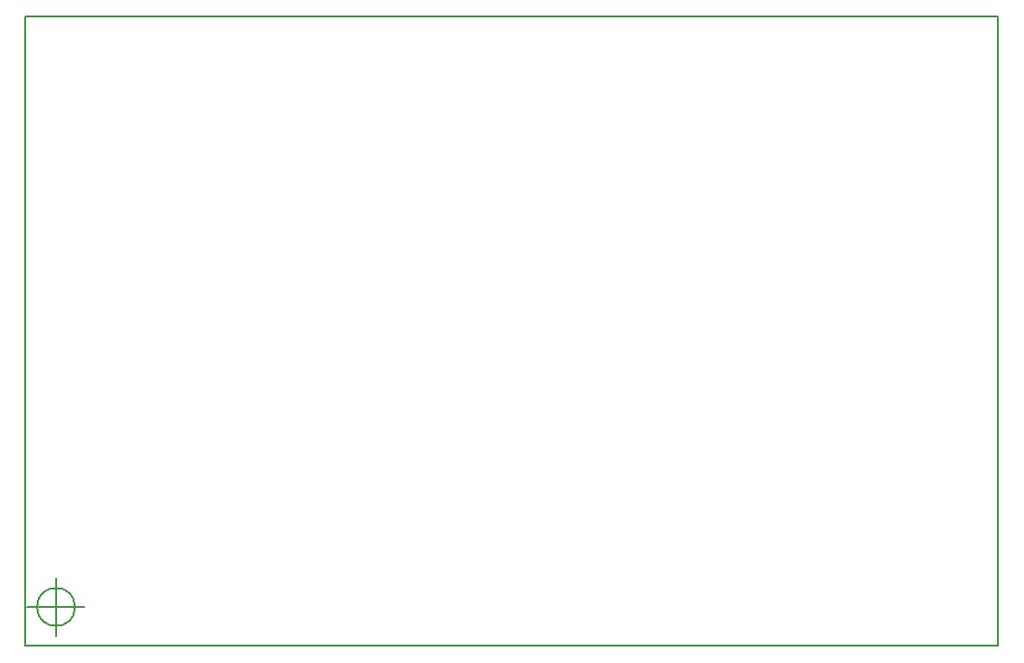
<source format=gbr>
G04 #@! TF.GenerationSoftware,KiCad,Pcbnew,5.0.2-bee76a0~70~ubuntu18.04.1*
G04 #@! TF.CreationDate,2019-03-10T17:41:35+00:00*
G04 #@! TF.ProjectId,Lcr_addon,4c63725f-6164-4646-9f6e-2e6b69636164,rev?*
G04 #@! TF.SameCoordinates,Original*
G04 #@! TF.FileFunction,Profile,NP*
%FSLAX46Y46*%
G04 Gerber Fmt 4.6, Leading zero omitted, Abs format (unit mm)*
G04 Created by KiCad (PCBNEW 5.0.2-bee76a0~70~ubuntu18.04.1) date Sun 10 Mar 2019 17:41:35 GMT*
%MOMM*%
%LPD*%
G01*
G04 APERTURE LIST*
%ADD10C,0.150000*%
%ADD11C,0.200000*%
G04 APERTURE END LIST*
D10*
X41163666Y-103251000D02*
G75*
G03X41163666Y-103251000I-1666666J0D01*
G01*
X36997000Y-103251000D02*
X41997000Y-103251000D01*
X39497000Y-100751000D02*
X39497000Y-105751000D01*
X121920000Y-51562000D02*
X121920000Y-53594000D01*
X36830000Y-51562000D02*
X121920000Y-51562000D01*
D11*
X121920000Y-106680000D02*
X121920000Y-53594000D01*
X36830000Y-106680000D02*
X121920000Y-106680000D01*
X36830000Y-51562000D02*
X36830000Y-106680000D01*
M02*

</source>
